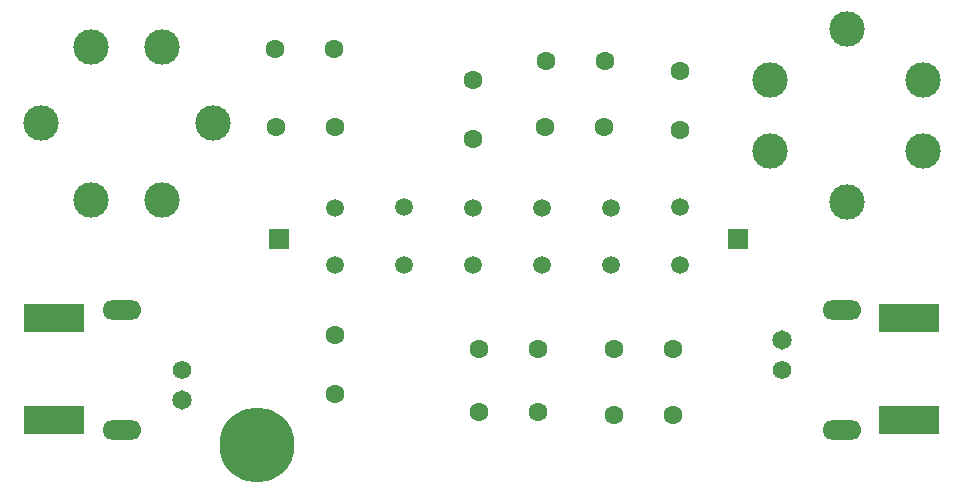
<source format=gbs>
G04 #@! TF.GenerationSoftware,KiCad,Pcbnew,(5.1.10)-1*
G04 #@! TF.CreationDate,2021-10-22T12:58:51-04:00*
G04 #@! TF.ProjectId,SSB6,53534236-2e6b-4696-9361-645f70636258,1*
G04 #@! TF.SameCoordinates,PX8c7ecc0PY46649b0*
G04 #@! TF.FileFunction,Soldermask,Bot*
G04 #@! TF.FilePolarity,Negative*
%FSLAX46Y46*%
G04 Gerber Fmt 4.6, Leading zero omitted, Abs format (unit mm)*
G04 Created by KiCad (PCBNEW (5.1.10)-1) date 2021-10-22 12:58:51*
%MOMM*%
%LPD*%
G01*
G04 APERTURE LIST*
%ADD10O,3.302000X1.651000*%
%ADD11C,1.651000*%
%ADD12C,1.574800*%
%ADD13C,6.350000*%
%ADD14C,1.600000*%
%ADD15C,1.500000*%
%ADD16C,3.000000*%
%ADD17R,5.080000X2.413000*%
%ADD18R,1.700000X1.700000*%
G04 APERTURE END LIST*
D10*
X-44430000Y-10020000D03*
X-44430000Y140000D03*
D11*
X-49510000Y-2400000D03*
D12*
X-49510000Y-4940000D03*
D10*
X-105390000Y140000D03*
X-105390000Y-10020000D03*
D11*
X-100310000Y-7480000D03*
D12*
X-100310000Y-4940000D03*
D13*
X-93960000Y-11290000D03*
D14*
X-92436000Y22238000D03*
X-87436000Y22238000D03*
X-92356000Y15634000D03*
X-87356000Y15634000D03*
X-87356000Y-6972000D03*
X-87356000Y-1972000D03*
X-75672000Y14618000D03*
X-75672000Y19618000D03*
X-70164000Y-3162000D03*
X-75164000Y-3162000D03*
X-70164000Y-8496000D03*
X-75164000Y-8496000D03*
X-64576000Y15634000D03*
X-69576000Y15634000D03*
X-64496000Y21222000D03*
X-69496000Y21222000D03*
X-63734000Y-8750000D03*
X-58734000Y-8750000D03*
X-63734000Y-3162000D03*
X-58734000Y-3162000D03*
X-58146000Y20380000D03*
X-58146000Y15380000D03*
D15*
X-87356000Y8776000D03*
X-87356000Y3896000D03*
X-75672000Y8776000D03*
X-75672000Y3896000D03*
X-69830000Y3896000D03*
X-69830000Y8776000D03*
X-63988000Y8776000D03*
X-63988000Y3896000D03*
X-58146000Y8830000D03*
X-58146000Y3950000D03*
X-81514000Y3950000D03*
X-81514000Y8830000D03*
D16*
X-112261000Y15911000D03*
X-97661000Y15911000D03*
X-107961000Y22411000D03*
X-107961000Y9411000D03*
X-101961000Y22411000D03*
X-101961000Y9411000D03*
X-50526000Y13602000D03*
X-37526000Y13602000D03*
X-50526000Y19602000D03*
X-37526000Y19602000D03*
X-44026000Y9302000D03*
X-44026000Y23902000D03*
D17*
X-111105000Y-9207200D03*
X-111105000Y-571200D03*
X-38715000Y-9232600D03*
X-38715000Y-596600D03*
D18*
X-92055000Y6109000D03*
X-53193000Y6109000D03*
M02*

</source>
